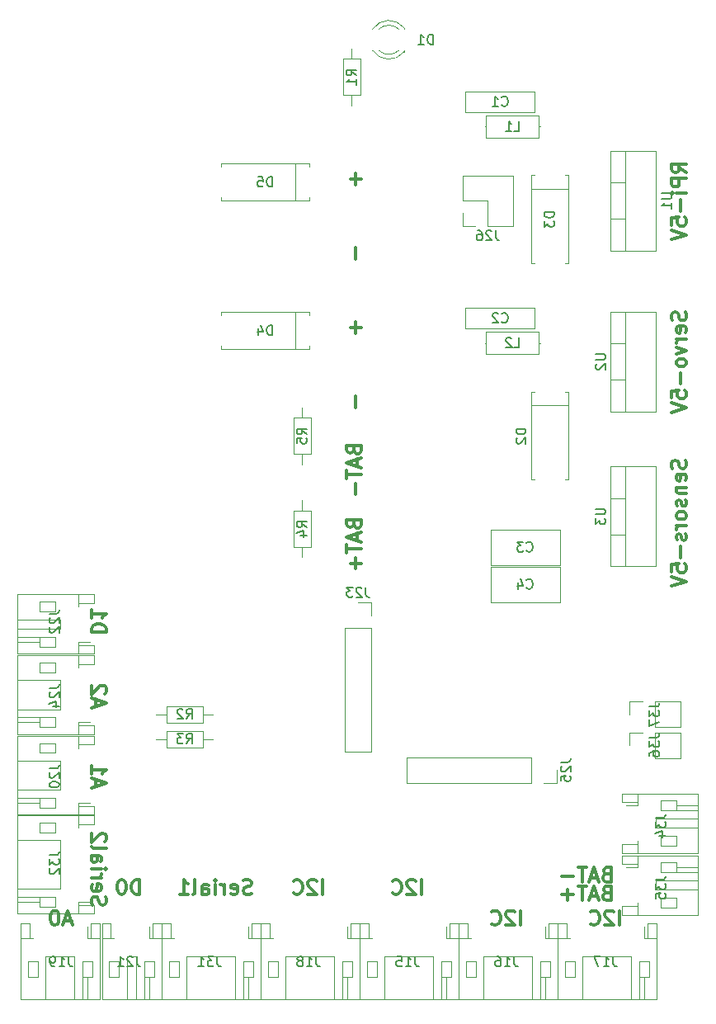
<source format=gbr>
G04 #@! TF.FileFunction,Legend,Bot*
%FSLAX46Y46*%
G04 Gerber Fmt 4.6, Leading zero omitted, Abs format (unit mm)*
G04 Created by KiCad (PCBNEW 4.0.7) date 06/01/18 16:36:31*
%MOMM*%
%LPD*%
G01*
G04 APERTURE LIST*
%ADD10C,0.100000*%
%ADD11C,0.300000*%
%ADD12C,0.120000*%
%ADD13C,0.150000*%
G04 APERTURE END LIST*
D10*
D11*
X186662143Y-98382143D02*
X186733571Y-98596429D01*
X186733571Y-98953572D01*
X186662143Y-99096429D01*
X186590714Y-99167858D01*
X186447857Y-99239286D01*
X186305000Y-99239286D01*
X186162143Y-99167858D01*
X186090714Y-99096429D01*
X186019286Y-98953572D01*
X185947857Y-98667858D01*
X185876429Y-98525000D01*
X185805000Y-98453572D01*
X185662143Y-98382143D01*
X185519286Y-98382143D01*
X185376429Y-98453572D01*
X185305000Y-98525000D01*
X185233571Y-98667858D01*
X185233571Y-99025000D01*
X185305000Y-99239286D01*
X186662143Y-100453571D02*
X186733571Y-100310714D01*
X186733571Y-100025000D01*
X186662143Y-99882143D01*
X186519286Y-99810714D01*
X185947857Y-99810714D01*
X185805000Y-99882143D01*
X185733571Y-100025000D01*
X185733571Y-100310714D01*
X185805000Y-100453571D01*
X185947857Y-100525000D01*
X186090714Y-100525000D01*
X186233571Y-99810714D01*
X185733571Y-101167857D02*
X186733571Y-101167857D01*
X185876429Y-101167857D02*
X185805000Y-101239285D01*
X185733571Y-101382143D01*
X185733571Y-101596428D01*
X185805000Y-101739285D01*
X185947857Y-101810714D01*
X186733571Y-101810714D01*
X186662143Y-102453571D02*
X186733571Y-102596428D01*
X186733571Y-102882143D01*
X186662143Y-103025000D01*
X186519286Y-103096428D01*
X186447857Y-103096428D01*
X186305000Y-103025000D01*
X186233571Y-102882143D01*
X186233571Y-102667857D01*
X186162143Y-102525000D01*
X186019286Y-102453571D01*
X185947857Y-102453571D01*
X185805000Y-102525000D01*
X185733571Y-102667857D01*
X185733571Y-102882143D01*
X185805000Y-103025000D01*
X186733571Y-103953572D02*
X186662143Y-103810714D01*
X186590714Y-103739286D01*
X186447857Y-103667857D01*
X186019286Y-103667857D01*
X185876429Y-103739286D01*
X185805000Y-103810714D01*
X185733571Y-103953572D01*
X185733571Y-104167857D01*
X185805000Y-104310714D01*
X185876429Y-104382143D01*
X186019286Y-104453572D01*
X186447857Y-104453572D01*
X186590714Y-104382143D01*
X186662143Y-104310714D01*
X186733571Y-104167857D01*
X186733571Y-103953572D01*
X186733571Y-105096429D02*
X185733571Y-105096429D01*
X186019286Y-105096429D02*
X185876429Y-105167857D01*
X185805000Y-105239286D01*
X185733571Y-105382143D01*
X185733571Y-105525000D01*
X186662143Y-105953571D02*
X186733571Y-106096428D01*
X186733571Y-106382143D01*
X186662143Y-106525000D01*
X186519286Y-106596428D01*
X186447857Y-106596428D01*
X186305000Y-106525000D01*
X186233571Y-106382143D01*
X186233571Y-106167857D01*
X186162143Y-106025000D01*
X186019286Y-105953571D01*
X185947857Y-105953571D01*
X185805000Y-106025000D01*
X185733571Y-106167857D01*
X185733571Y-106382143D01*
X185805000Y-106525000D01*
X186162143Y-107239286D02*
X186162143Y-108382143D01*
X185233571Y-109810715D02*
X185233571Y-109096429D01*
X185947857Y-109025000D01*
X185876429Y-109096429D01*
X185805000Y-109239286D01*
X185805000Y-109596429D01*
X185876429Y-109739286D01*
X185947857Y-109810715D01*
X186090714Y-109882143D01*
X186447857Y-109882143D01*
X186590714Y-109810715D01*
X186662143Y-109739286D01*
X186733571Y-109596429D01*
X186733571Y-109239286D01*
X186662143Y-109096429D01*
X186590714Y-109025000D01*
X185233571Y-110310714D02*
X186733571Y-110810714D01*
X185233571Y-111310714D01*
X186662143Y-83193572D02*
X186733571Y-83407858D01*
X186733571Y-83765001D01*
X186662143Y-83907858D01*
X186590714Y-83979287D01*
X186447857Y-84050715D01*
X186305000Y-84050715D01*
X186162143Y-83979287D01*
X186090714Y-83907858D01*
X186019286Y-83765001D01*
X185947857Y-83479287D01*
X185876429Y-83336429D01*
X185805000Y-83265001D01*
X185662143Y-83193572D01*
X185519286Y-83193572D01*
X185376429Y-83265001D01*
X185305000Y-83336429D01*
X185233571Y-83479287D01*
X185233571Y-83836429D01*
X185305000Y-84050715D01*
X186662143Y-85265000D02*
X186733571Y-85122143D01*
X186733571Y-84836429D01*
X186662143Y-84693572D01*
X186519286Y-84622143D01*
X185947857Y-84622143D01*
X185805000Y-84693572D01*
X185733571Y-84836429D01*
X185733571Y-85122143D01*
X185805000Y-85265000D01*
X185947857Y-85336429D01*
X186090714Y-85336429D01*
X186233571Y-84622143D01*
X186733571Y-85979286D02*
X185733571Y-85979286D01*
X186019286Y-85979286D02*
X185876429Y-86050714D01*
X185805000Y-86122143D01*
X185733571Y-86265000D01*
X185733571Y-86407857D01*
X185733571Y-86765000D02*
X186733571Y-87122143D01*
X185733571Y-87479285D01*
X186733571Y-88265000D02*
X186662143Y-88122142D01*
X186590714Y-88050714D01*
X186447857Y-87979285D01*
X186019286Y-87979285D01*
X185876429Y-88050714D01*
X185805000Y-88122142D01*
X185733571Y-88265000D01*
X185733571Y-88479285D01*
X185805000Y-88622142D01*
X185876429Y-88693571D01*
X186019286Y-88765000D01*
X186447857Y-88765000D01*
X186590714Y-88693571D01*
X186662143Y-88622142D01*
X186733571Y-88479285D01*
X186733571Y-88265000D01*
X186162143Y-89407857D02*
X186162143Y-90550714D01*
X185233571Y-91979286D02*
X185233571Y-91265000D01*
X185947857Y-91193571D01*
X185876429Y-91265000D01*
X185805000Y-91407857D01*
X185805000Y-91765000D01*
X185876429Y-91907857D01*
X185947857Y-91979286D01*
X186090714Y-92050714D01*
X186447857Y-92050714D01*
X186590714Y-91979286D01*
X186662143Y-91907857D01*
X186733571Y-91765000D01*
X186733571Y-91407857D01*
X186662143Y-91265000D01*
X186590714Y-91193571D01*
X185233571Y-92479285D02*
X186733571Y-92979285D01*
X185233571Y-93479285D01*
X186733571Y-68826429D02*
X186019286Y-68326429D01*
X186733571Y-67969286D02*
X185233571Y-67969286D01*
X185233571Y-68540714D01*
X185305000Y-68683572D01*
X185376429Y-68755000D01*
X185519286Y-68826429D01*
X185733571Y-68826429D01*
X185876429Y-68755000D01*
X185947857Y-68683572D01*
X186019286Y-68540714D01*
X186019286Y-67969286D01*
X186733571Y-69469286D02*
X185233571Y-69469286D01*
X185233571Y-70040714D01*
X185305000Y-70183572D01*
X185376429Y-70255000D01*
X185519286Y-70326429D01*
X185733571Y-70326429D01*
X185876429Y-70255000D01*
X185947857Y-70183572D01*
X186019286Y-70040714D01*
X186019286Y-69469286D01*
X186733571Y-70969286D02*
X185733571Y-70969286D01*
X185233571Y-70969286D02*
X185305000Y-70897857D01*
X185376429Y-70969286D01*
X185305000Y-71040714D01*
X185233571Y-70969286D01*
X185376429Y-70969286D01*
X186162143Y-71683572D02*
X186162143Y-72826429D01*
X185233571Y-74255001D02*
X185233571Y-73540715D01*
X185947857Y-73469286D01*
X185876429Y-73540715D01*
X185805000Y-73683572D01*
X185805000Y-74040715D01*
X185876429Y-74183572D01*
X185947857Y-74255001D01*
X186090714Y-74326429D01*
X186447857Y-74326429D01*
X186590714Y-74255001D01*
X186662143Y-74183572D01*
X186733571Y-74040715D01*
X186733571Y-73683572D01*
X186662143Y-73540715D01*
X186590714Y-73469286D01*
X185233571Y-74755000D02*
X186733571Y-75255000D01*
X185233571Y-75755000D01*
X178565714Y-140862857D02*
X178351428Y-140934286D01*
X178280000Y-141005714D01*
X178208571Y-141148571D01*
X178208571Y-141362857D01*
X178280000Y-141505714D01*
X178351428Y-141577143D01*
X178494286Y-141648571D01*
X179065714Y-141648571D01*
X179065714Y-140148571D01*
X178565714Y-140148571D01*
X178422857Y-140220000D01*
X178351428Y-140291429D01*
X178280000Y-140434286D01*
X178280000Y-140577143D01*
X178351428Y-140720000D01*
X178422857Y-140791429D01*
X178565714Y-140862857D01*
X179065714Y-140862857D01*
X177637143Y-141220000D02*
X176922857Y-141220000D01*
X177780000Y-141648571D02*
X177280000Y-140148571D01*
X176780000Y-141648571D01*
X176494286Y-140148571D02*
X175637143Y-140148571D01*
X176065714Y-141648571D02*
X176065714Y-140148571D01*
X175137143Y-141077143D02*
X173994286Y-141077143D01*
X178565714Y-142767857D02*
X178351428Y-142839286D01*
X178280000Y-142910714D01*
X178208571Y-143053571D01*
X178208571Y-143267857D01*
X178280000Y-143410714D01*
X178351428Y-143482143D01*
X178494286Y-143553571D01*
X179065714Y-143553571D01*
X179065714Y-142053571D01*
X178565714Y-142053571D01*
X178422857Y-142125000D01*
X178351428Y-142196429D01*
X178280000Y-142339286D01*
X178280000Y-142482143D01*
X178351428Y-142625000D01*
X178422857Y-142696429D01*
X178565714Y-142767857D01*
X179065714Y-142767857D01*
X177637143Y-143125000D02*
X176922857Y-143125000D01*
X177780000Y-143553571D02*
X177280000Y-142053571D01*
X176780000Y-143553571D01*
X176494286Y-142053571D02*
X175637143Y-142053571D01*
X176065714Y-143553571D02*
X176065714Y-142053571D01*
X175137143Y-142982143D02*
X173994286Y-142982143D01*
X174565715Y-143553571D02*
X174565715Y-142410714D01*
X123626428Y-145665000D02*
X122912142Y-145665000D01*
X123769285Y-146093571D02*
X123269285Y-144593571D01*
X122769285Y-146093571D01*
X121983571Y-144593571D02*
X121840714Y-144593571D01*
X121697857Y-144665000D01*
X121626428Y-144736429D01*
X121554999Y-144879286D01*
X121483571Y-145165000D01*
X121483571Y-145522143D01*
X121554999Y-145807857D01*
X121626428Y-145950714D01*
X121697857Y-146022143D01*
X121840714Y-146093571D01*
X121983571Y-146093571D01*
X122126428Y-146022143D01*
X122197857Y-145950714D01*
X122269285Y-145807857D01*
X122340714Y-145522143D01*
X122340714Y-145165000D01*
X122269285Y-144879286D01*
X122197857Y-144736429D01*
X122126428Y-144665000D01*
X121983571Y-144593571D01*
X125686429Y-116042142D02*
X127186429Y-116042142D01*
X127186429Y-115684999D01*
X127115000Y-115470714D01*
X126972143Y-115327856D01*
X126829286Y-115256428D01*
X126543571Y-115184999D01*
X126329286Y-115184999D01*
X126043571Y-115256428D01*
X125900714Y-115327856D01*
X125757857Y-115470714D01*
X125686429Y-115684999D01*
X125686429Y-116042142D01*
X125686429Y-113756428D02*
X125686429Y-114613571D01*
X125686429Y-114184999D02*
X127186429Y-114184999D01*
X126972143Y-114327856D01*
X126829286Y-114470714D01*
X126757857Y-114613571D01*
X126115000Y-123626428D02*
X126115000Y-122912142D01*
X125686429Y-123769285D02*
X127186429Y-123269285D01*
X125686429Y-122769285D01*
X127043571Y-122340714D02*
X127115000Y-122269285D01*
X127186429Y-122126428D01*
X127186429Y-121769285D01*
X127115000Y-121626428D01*
X127043571Y-121554999D01*
X126900714Y-121483571D01*
X126757857Y-121483571D01*
X126543571Y-121554999D01*
X125686429Y-122412142D01*
X125686429Y-121483571D01*
X126115000Y-131881428D02*
X126115000Y-131167142D01*
X125686429Y-132024285D02*
X127186429Y-131524285D01*
X125686429Y-131024285D01*
X125686429Y-129738571D02*
X125686429Y-130595714D01*
X125686429Y-130167142D02*
X127186429Y-130167142D01*
X126972143Y-130309999D01*
X126829286Y-130452857D01*
X126757857Y-130595714D01*
X179899285Y-146093571D02*
X179899285Y-144593571D01*
X179256428Y-144736429D02*
X179184999Y-144665000D01*
X179042142Y-144593571D01*
X178684999Y-144593571D01*
X178542142Y-144665000D01*
X178470713Y-144736429D01*
X178399285Y-144879286D01*
X178399285Y-145022143D01*
X178470713Y-145236429D01*
X179327856Y-146093571D01*
X178399285Y-146093571D01*
X176899285Y-145950714D02*
X176970714Y-146022143D01*
X177185000Y-146093571D01*
X177327857Y-146093571D01*
X177542142Y-146022143D01*
X177685000Y-145879286D01*
X177756428Y-145736429D01*
X177827857Y-145450714D01*
X177827857Y-145236429D01*
X177756428Y-144950714D01*
X177685000Y-144807857D01*
X177542142Y-144665000D01*
X177327857Y-144593571D01*
X177185000Y-144593571D01*
X176970714Y-144665000D01*
X176899285Y-144736429D01*
X125757857Y-144013571D02*
X125686429Y-143799285D01*
X125686429Y-143442142D01*
X125757857Y-143299285D01*
X125829286Y-143227856D01*
X125972143Y-143156428D01*
X126115000Y-143156428D01*
X126257857Y-143227856D01*
X126329286Y-143299285D01*
X126400714Y-143442142D01*
X126472143Y-143727856D01*
X126543571Y-143870714D01*
X126615000Y-143942142D01*
X126757857Y-144013571D01*
X126900714Y-144013571D01*
X127043571Y-143942142D01*
X127115000Y-143870714D01*
X127186429Y-143727856D01*
X127186429Y-143370714D01*
X127115000Y-143156428D01*
X125757857Y-141942143D02*
X125686429Y-142085000D01*
X125686429Y-142370714D01*
X125757857Y-142513571D01*
X125900714Y-142585000D01*
X126472143Y-142585000D01*
X126615000Y-142513571D01*
X126686429Y-142370714D01*
X126686429Y-142085000D01*
X126615000Y-141942143D01*
X126472143Y-141870714D01*
X126329286Y-141870714D01*
X126186429Y-142585000D01*
X125686429Y-141227857D02*
X126686429Y-141227857D01*
X126400714Y-141227857D02*
X126543571Y-141156429D01*
X126615000Y-141085000D01*
X126686429Y-140942143D01*
X126686429Y-140799286D01*
X125686429Y-140299286D02*
X126686429Y-140299286D01*
X127186429Y-140299286D02*
X127115000Y-140370715D01*
X127043571Y-140299286D01*
X127115000Y-140227858D01*
X127186429Y-140299286D01*
X127043571Y-140299286D01*
X125686429Y-138942143D02*
X126472143Y-138942143D01*
X126615000Y-139013572D01*
X126686429Y-139156429D01*
X126686429Y-139442143D01*
X126615000Y-139585000D01*
X125757857Y-138942143D02*
X125686429Y-139085000D01*
X125686429Y-139442143D01*
X125757857Y-139585000D01*
X125900714Y-139656429D01*
X126043571Y-139656429D01*
X126186429Y-139585000D01*
X126257857Y-139442143D01*
X126257857Y-139085000D01*
X126329286Y-138942143D01*
X125686429Y-138013571D02*
X125757857Y-138156429D01*
X125900714Y-138227857D01*
X127186429Y-138227857D01*
X127043571Y-137513572D02*
X127115000Y-137442143D01*
X127186429Y-137299286D01*
X127186429Y-136942143D01*
X127115000Y-136799286D01*
X127043571Y-136727857D01*
X126900714Y-136656429D01*
X126757857Y-136656429D01*
X126543571Y-136727857D01*
X125686429Y-137585000D01*
X125686429Y-136656429D01*
X169739285Y-146093571D02*
X169739285Y-144593571D01*
X169096428Y-144736429D02*
X169024999Y-144665000D01*
X168882142Y-144593571D01*
X168524999Y-144593571D01*
X168382142Y-144665000D01*
X168310713Y-144736429D01*
X168239285Y-144879286D01*
X168239285Y-145022143D01*
X168310713Y-145236429D01*
X169167856Y-146093571D01*
X168239285Y-146093571D01*
X166739285Y-145950714D02*
X166810714Y-146022143D01*
X167025000Y-146093571D01*
X167167857Y-146093571D01*
X167382142Y-146022143D01*
X167525000Y-145879286D01*
X167596428Y-145736429D01*
X167667857Y-145450714D01*
X167667857Y-145236429D01*
X167596428Y-144950714D01*
X167525000Y-144807857D01*
X167382142Y-144665000D01*
X167167857Y-144593571D01*
X167025000Y-144593571D01*
X166810714Y-144665000D01*
X166739285Y-144736429D01*
X159579285Y-142918571D02*
X159579285Y-141418571D01*
X158936428Y-141561429D02*
X158864999Y-141490000D01*
X158722142Y-141418571D01*
X158364999Y-141418571D01*
X158222142Y-141490000D01*
X158150713Y-141561429D01*
X158079285Y-141704286D01*
X158079285Y-141847143D01*
X158150713Y-142061429D01*
X159007856Y-142918571D01*
X158079285Y-142918571D01*
X156579285Y-142775714D02*
X156650714Y-142847143D01*
X156865000Y-142918571D01*
X157007857Y-142918571D01*
X157222142Y-142847143D01*
X157365000Y-142704286D01*
X157436428Y-142561429D01*
X157507857Y-142275714D01*
X157507857Y-142061429D01*
X157436428Y-141775714D01*
X157365000Y-141632857D01*
X157222142Y-141490000D01*
X157007857Y-141418571D01*
X156865000Y-141418571D01*
X156650714Y-141490000D01*
X156579285Y-141561429D01*
X149419285Y-142918571D02*
X149419285Y-141418571D01*
X148776428Y-141561429D02*
X148704999Y-141490000D01*
X148562142Y-141418571D01*
X148204999Y-141418571D01*
X148062142Y-141490000D01*
X147990713Y-141561429D01*
X147919285Y-141704286D01*
X147919285Y-141847143D01*
X147990713Y-142061429D01*
X148847856Y-142918571D01*
X147919285Y-142918571D01*
X146419285Y-142775714D02*
X146490714Y-142847143D01*
X146705000Y-142918571D01*
X146847857Y-142918571D01*
X147062142Y-142847143D01*
X147205000Y-142704286D01*
X147276428Y-142561429D01*
X147347857Y-142275714D01*
X147347857Y-142061429D01*
X147276428Y-141775714D01*
X147205000Y-141632857D01*
X147062142Y-141490000D01*
X146847857Y-141418571D01*
X146705000Y-141418571D01*
X146490714Y-141490000D01*
X146419285Y-141561429D01*
X130647142Y-142918571D02*
X130647142Y-141418571D01*
X130289999Y-141418571D01*
X130075714Y-141490000D01*
X129932856Y-141632857D01*
X129861428Y-141775714D01*
X129789999Y-142061429D01*
X129789999Y-142275714D01*
X129861428Y-142561429D01*
X129932856Y-142704286D01*
X130075714Y-142847143D01*
X130289999Y-142918571D01*
X130647142Y-142918571D01*
X128861428Y-141418571D02*
X128718571Y-141418571D01*
X128575714Y-141490000D01*
X128504285Y-141561429D01*
X128432856Y-141704286D01*
X128361428Y-141990000D01*
X128361428Y-142347143D01*
X128432856Y-142632857D01*
X128504285Y-142775714D01*
X128575714Y-142847143D01*
X128718571Y-142918571D01*
X128861428Y-142918571D01*
X129004285Y-142847143D01*
X129075714Y-142775714D01*
X129147142Y-142632857D01*
X129218571Y-142347143D01*
X129218571Y-141990000D01*
X129147142Y-141704286D01*
X129075714Y-141561429D01*
X129004285Y-141490000D01*
X128861428Y-141418571D01*
X142108571Y-142847143D02*
X141894285Y-142918571D01*
X141537142Y-142918571D01*
X141394285Y-142847143D01*
X141322856Y-142775714D01*
X141251428Y-142632857D01*
X141251428Y-142490000D01*
X141322856Y-142347143D01*
X141394285Y-142275714D01*
X141537142Y-142204286D01*
X141822856Y-142132857D01*
X141965714Y-142061429D01*
X142037142Y-141990000D01*
X142108571Y-141847143D01*
X142108571Y-141704286D01*
X142037142Y-141561429D01*
X141965714Y-141490000D01*
X141822856Y-141418571D01*
X141465714Y-141418571D01*
X141251428Y-141490000D01*
X140037143Y-142847143D02*
X140180000Y-142918571D01*
X140465714Y-142918571D01*
X140608571Y-142847143D01*
X140680000Y-142704286D01*
X140680000Y-142132857D01*
X140608571Y-141990000D01*
X140465714Y-141918571D01*
X140180000Y-141918571D01*
X140037143Y-141990000D01*
X139965714Y-142132857D01*
X139965714Y-142275714D01*
X140680000Y-142418571D01*
X139322857Y-142918571D02*
X139322857Y-141918571D01*
X139322857Y-142204286D02*
X139251429Y-142061429D01*
X139180000Y-141990000D01*
X139037143Y-141918571D01*
X138894286Y-141918571D01*
X138394286Y-142918571D02*
X138394286Y-141918571D01*
X138394286Y-141418571D02*
X138465715Y-141490000D01*
X138394286Y-141561429D01*
X138322858Y-141490000D01*
X138394286Y-141418571D01*
X138394286Y-141561429D01*
X137037143Y-142918571D02*
X137037143Y-142132857D01*
X137108572Y-141990000D01*
X137251429Y-141918571D01*
X137537143Y-141918571D01*
X137680000Y-141990000D01*
X137037143Y-142847143D02*
X137180000Y-142918571D01*
X137537143Y-142918571D01*
X137680000Y-142847143D01*
X137751429Y-142704286D01*
X137751429Y-142561429D01*
X137680000Y-142418571D01*
X137537143Y-142347143D01*
X137180000Y-142347143D01*
X137037143Y-142275714D01*
X136108571Y-142918571D02*
X136251429Y-142847143D01*
X136322857Y-142704286D01*
X136322857Y-141418571D01*
X134751429Y-142918571D02*
X135608572Y-142918571D01*
X135180000Y-142918571D02*
X135180000Y-141418571D01*
X135322857Y-141632857D01*
X135465715Y-141775714D01*
X135608572Y-141847143D01*
X152824643Y-68961072D02*
X152824643Y-70103929D01*
X153396071Y-69532500D02*
X152253214Y-69532500D01*
X152824643Y-76581072D02*
X152824643Y-77723929D01*
X152824643Y-84201072D02*
X152824643Y-85343929D01*
X153396071Y-84772500D02*
X152253214Y-84772500D01*
X152824643Y-91821072D02*
X152824643Y-92963929D01*
X152610357Y-97341786D02*
X152681786Y-97556072D01*
X152753214Y-97627500D01*
X152896071Y-97698929D01*
X153110357Y-97698929D01*
X153253214Y-97627500D01*
X153324643Y-97556072D01*
X153396071Y-97413214D01*
X153396071Y-96841786D01*
X151896071Y-96841786D01*
X151896071Y-97341786D01*
X151967500Y-97484643D01*
X152038929Y-97556072D01*
X152181786Y-97627500D01*
X152324643Y-97627500D01*
X152467500Y-97556072D01*
X152538929Y-97484643D01*
X152610357Y-97341786D01*
X152610357Y-96841786D01*
X152967500Y-98270357D02*
X152967500Y-98984643D01*
X153396071Y-98127500D02*
X151896071Y-98627500D01*
X153396071Y-99127500D01*
X151896071Y-99413214D02*
X151896071Y-100270357D01*
X153396071Y-99841786D02*
X151896071Y-99841786D01*
X152824643Y-100770357D02*
X152824643Y-101913214D01*
X152610357Y-104961786D02*
X152681786Y-105176072D01*
X152753214Y-105247500D01*
X152896071Y-105318929D01*
X153110357Y-105318929D01*
X153253214Y-105247500D01*
X153324643Y-105176072D01*
X153396071Y-105033214D01*
X153396071Y-104461786D01*
X151896071Y-104461786D01*
X151896071Y-104961786D01*
X151967500Y-105104643D01*
X152038929Y-105176072D01*
X152181786Y-105247500D01*
X152324643Y-105247500D01*
X152467500Y-105176072D01*
X152538929Y-105104643D01*
X152610357Y-104961786D01*
X152610357Y-104461786D01*
X152967500Y-105890357D02*
X152967500Y-106604643D01*
X153396071Y-105747500D02*
X151896071Y-106247500D01*
X153396071Y-106747500D01*
X151896071Y-107033214D02*
X151896071Y-107890357D01*
X153396071Y-107461786D02*
X151896071Y-107461786D01*
X152824643Y-108390357D02*
X152824643Y-109533214D01*
X153396071Y-108961785D02*
X152253214Y-108961785D01*
D12*
X154537665Y-54166392D02*
G75*
G02X157770000Y-54009484I1672335J-1078608D01*
G01*
X154537665Y-56323608D02*
G75*
G03X157770000Y-56480516I1672335J1078608D01*
G01*
X155168870Y-54165163D02*
G75*
G02X157250961Y-54165000I1041130J-1079837D01*
G01*
X155168870Y-56324837D02*
G75*
G03X157250961Y-56325000I1041130J1079837D01*
G01*
X157770000Y-54009000D02*
X157770000Y-54165000D01*
X157770000Y-56325000D02*
X157770000Y-56481000D01*
X160790000Y-153670000D02*
X160790000Y-149320000D01*
X160790000Y-149320000D02*
X155790000Y-149320000D01*
X155790000Y-149320000D02*
X155790000Y-153670000D01*
X162090000Y-147470000D02*
X162440000Y-147470000D01*
X162440000Y-147470000D02*
X162440000Y-145870000D01*
X162440000Y-145870000D02*
X163340000Y-145870000D01*
X163340000Y-145870000D02*
X163340000Y-153670000D01*
X163340000Y-153670000D02*
X153240000Y-153670000D01*
X153240000Y-153670000D02*
X153240000Y-145870000D01*
X153240000Y-145870000D02*
X154140000Y-145870000D01*
X154140000Y-145870000D02*
X154140000Y-147470000D01*
X154140000Y-147470000D02*
X154490000Y-147470000D01*
X163340000Y-147470000D02*
X162440000Y-147470000D01*
X153240000Y-147470000D02*
X154140000Y-147470000D01*
X162590000Y-149820000D02*
X162590000Y-151420000D01*
X162590000Y-151420000D02*
X161590000Y-151420000D01*
X161590000Y-151420000D02*
X161590000Y-149820000D01*
X161590000Y-149820000D02*
X162590000Y-149820000D01*
X153990000Y-149820000D02*
X153990000Y-151420000D01*
X153990000Y-151420000D02*
X154990000Y-151420000D01*
X154990000Y-151420000D02*
X154990000Y-149820000D01*
X154990000Y-149820000D02*
X153990000Y-149820000D01*
X161590000Y-151420000D02*
X161590000Y-153670000D01*
X162090000Y-151420000D02*
X162090000Y-153670000D01*
X162090000Y-147470000D02*
X162090000Y-146270000D01*
X170950000Y-153670000D02*
X170950000Y-149320000D01*
X170950000Y-149320000D02*
X165950000Y-149320000D01*
X165950000Y-149320000D02*
X165950000Y-153670000D01*
X172250000Y-147470000D02*
X172600000Y-147470000D01*
X172600000Y-147470000D02*
X172600000Y-145870000D01*
X172600000Y-145870000D02*
X173500000Y-145870000D01*
X173500000Y-145870000D02*
X173500000Y-153670000D01*
X173500000Y-153670000D02*
X163400000Y-153670000D01*
X163400000Y-153670000D02*
X163400000Y-145870000D01*
X163400000Y-145870000D02*
X164300000Y-145870000D01*
X164300000Y-145870000D02*
X164300000Y-147470000D01*
X164300000Y-147470000D02*
X164650000Y-147470000D01*
X173500000Y-147470000D02*
X172600000Y-147470000D01*
X163400000Y-147470000D02*
X164300000Y-147470000D01*
X172750000Y-149820000D02*
X172750000Y-151420000D01*
X172750000Y-151420000D02*
X171750000Y-151420000D01*
X171750000Y-151420000D02*
X171750000Y-149820000D01*
X171750000Y-149820000D02*
X172750000Y-149820000D01*
X164150000Y-149820000D02*
X164150000Y-151420000D01*
X164150000Y-151420000D02*
X165150000Y-151420000D01*
X165150000Y-151420000D02*
X165150000Y-149820000D01*
X165150000Y-149820000D02*
X164150000Y-149820000D01*
X171750000Y-151420000D02*
X171750000Y-153670000D01*
X172250000Y-151420000D02*
X172250000Y-153670000D01*
X172250000Y-147470000D02*
X172250000Y-146270000D01*
X181110000Y-153670000D02*
X181110000Y-149320000D01*
X181110000Y-149320000D02*
X176110000Y-149320000D01*
X176110000Y-149320000D02*
X176110000Y-153670000D01*
X182410000Y-147470000D02*
X182760000Y-147470000D01*
X182760000Y-147470000D02*
X182760000Y-145870000D01*
X182760000Y-145870000D02*
X183660000Y-145870000D01*
X183660000Y-145870000D02*
X183660000Y-153670000D01*
X183660000Y-153670000D02*
X173560000Y-153670000D01*
X173560000Y-153670000D02*
X173560000Y-145870000D01*
X173560000Y-145870000D02*
X174460000Y-145870000D01*
X174460000Y-145870000D02*
X174460000Y-147470000D01*
X174460000Y-147470000D02*
X174810000Y-147470000D01*
X183660000Y-147470000D02*
X182760000Y-147470000D01*
X173560000Y-147470000D02*
X174460000Y-147470000D01*
X182910000Y-149820000D02*
X182910000Y-151420000D01*
X182910000Y-151420000D02*
X181910000Y-151420000D01*
X181910000Y-151420000D02*
X181910000Y-149820000D01*
X181910000Y-149820000D02*
X182910000Y-149820000D01*
X174310000Y-149820000D02*
X174310000Y-151420000D01*
X174310000Y-151420000D02*
X175310000Y-151420000D01*
X175310000Y-151420000D02*
X175310000Y-149820000D01*
X175310000Y-149820000D02*
X174310000Y-149820000D01*
X181910000Y-151420000D02*
X181910000Y-153670000D01*
X182410000Y-151420000D02*
X182410000Y-153670000D01*
X182410000Y-147470000D02*
X182410000Y-146270000D01*
X150630000Y-153670000D02*
X150630000Y-149320000D01*
X150630000Y-149320000D02*
X145630000Y-149320000D01*
X145630000Y-149320000D02*
X145630000Y-153670000D01*
X151930000Y-147470000D02*
X152280000Y-147470000D01*
X152280000Y-147470000D02*
X152280000Y-145870000D01*
X152280000Y-145870000D02*
X153180000Y-145870000D01*
X153180000Y-145870000D02*
X153180000Y-153670000D01*
X153180000Y-153670000D02*
X143080000Y-153670000D01*
X143080000Y-153670000D02*
X143080000Y-145870000D01*
X143080000Y-145870000D02*
X143980000Y-145870000D01*
X143980000Y-145870000D02*
X143980000Y-147470000D01*
X143980000Y-147470000D02*
X144330000Y-147470000D01*
X153180000Y-147470000D02*
X152280000Y-147470000D01*
X143080000Y-147470000D02*
X143980000Y-147470000D01*
X152430000Y-149820000D02*
X152430000Y-151420000D01*
X152430000Y-151420000D02*
X151430000Y-151420000D01*
X151430000Y-151420000D02*
X151430000Y-149820000D01*
X151430000Y-149820000D02*
X152430000Y-149820000D01*
X143830000Y-149820000D02*
X143830000Y-151420000D01*
X143830000Y-151420000D02*
X144830000Y-151420000D01*
X144830000Y-151420000D02*
X144830000Y-149820000D01*
X144830000Y-149820000D02*
X143830000Y-149820000D01*
X151430000Y-151420000D02*
X151430000Y-153670000D01*
X151930000Y-151420000D02*
X151930000Y-153670000D01*
X151930000Y-147470000D02*
X151930000Y-146270000D01*
X123960000Y-153670000D02*
X123960000Y-149320000D01*
X123960000Y-149320000D02*
X120960000Y-149320000D01*
X120960000Y-149320000D02*
X120960000Y-153670000D01*
X125260000Y-147470000D02*
X125610000Y-147470000D01*
X125610000Y-147470000D02*
X125610000Y-145870000D01*
X125610000Y-145870000D02*
X126510000Y-145870000D01*
X126510000Y-145870000D02*
X126510000Y-153670000D01*
X126510000Y-153670000D02*
X118410000Y-153670000D01*
X118410000Y-153670000D02*
X118410000Y-145870000D01*
X118410000Y-145870000D02*
X119310000Y-145870000D01*
X119310000Y-145870000D02*
X119310000Y-147470000D01*
X119310000Y-147470000D02*
X119660000Y-147470000D01*
X126510000Y-147470000D02*
X125610000Y-147470000D01*
X118410000Y-147470000D02*
X119310000Y-147470000D01*
X125760000Y-149820000D02*
X125760000Y-151420000D01*
X125760000Y-151420000D02*
X124760000Y-151420000D01*
X124760000Y-151420000D02*
X124760000Y-149820000D01*
X124760000Y-149820000D02*
X125760000Y-149820000D01*
X119160000Y-149820000D02*
X119160000Y-151420000D01*
X119160000Y-151420000D02*
X120160000Y-151420000D01*
X120160000Y-151420000D02*
X120160000Y-149820000D01*
X120160000Y-149820000D02*
X119160000Y-149820000D01*
X124760000Y-151420000D02*
X124760000Y-153670000D01*
X125260000Y-151420000D02*
X125260000Y-153670000D01*
X125260000Y-147470000D02*
X125260000Y-146270000D01*
X118110000Y-132215000D02*
X122460000Y-132215000D01*
X122460000Y-132215000D02*
X122460000Y-129215000D01*
X122460000Y-129215000D02*
X118110000Y-129215000D01*
X124310000Y-133515000D02*
X124310000Y-133865000D01*
X124310000Y-133865000D02*
X125910000Y-133865000D01*
X125910000Y-133865000D02*
X125910000Y-134765000D01*
X125910000Y-134765000D02*
X118110000Y-134765000D01*
X118110000Y-134765000D02*
X118110000Y-126665000D01*
X118110000Y-126665000D02*
X125910000Y-126665000D01*
X125910000Y-126665000D02*
X125910000Y-127565000D01*
X125910000Y-127565000D02*
X124310000Y-127565000D01*
X124310000Y-127565000D02*
X124310000Y-127915000D01*
X124310000Y-134765000D02*
X124310000Y-133865000D01*
X124310000Y-126665000D02*
X124310000Y-127565000D01*
X121960000Y-134015000D02*
X120360000Y-134015000D01*
X120360000Y-134015000D02*
X120360000Y-133015000D01*
X120360000Y-133015000D02*
X121960000Y-133015000D01*
X121960000Y-133015000D02*
X121960000Y-134015000D01*
X121960000Y-127415000D02*
X120360000Y-127415000D01*
X120360000Y-127415000D02*
X120360000Y-128415000D01*
X120360000Y-128415000D02*
X121960000Y-128415000D01*
X121960000Y-128415000D02*
X121960000Y-127415000D01*
X120360000Y-133015000D02*
X118110000Y-133015000D01*
X120360000Y-133515000D02*
X118110000Y-133515000D01*
X124310000Y-133515000D02*
X125510000Y-133515000D01*
X130310000Y-153670000D02*
X130310000Y-149320000D01*
X130310000Y-149320000D02*
X129310000Y-149320000D01*
X129310000Y-149320000D02*
X129310000Y-153670000D01*
X131610000Y-147470000D02*
X131960000Y-147470000D01*
X131960000Y-147470000D02*
X131960000Y-145870000D01*
X131960000Y-145870000D02*
X132860000Y-145870000D01*
X132860000Y-145870000D02*
X132860000Y-153670000D01*
X132860000Y-153670000D02*
X126760000Y-153670000D01*
X126760000Y-153670000D02*
X126760000Y-145870000D01*
X126760000Y-145870000D02*
X127660000Y-145870000D01*
X127660000Y-145870000D02*
X127660000Y-147470000D01*
X127660000Y-147470000D02*
X128010000Y-147470000D01*
X132860000Y-147470000D02*
X131960000Y-147470000D01*
X126760000Y-147470000D02*
X127660000Y-147470000D01*
X132110000Y-149820000D02*
X132110000Y-151420000D01*
X132110000Y-151420000D02*
X131110000Y-151420000D01*
X131110000Y-151420000D02*
X131110000Y-149820000D01*
X131110000Y-149820000D02*
X132110000Y-149820000D01*
X127510000Y-149820000D02*
X127510000Y-151420000D01*
X127510000Y-151420000D02*
X128510000Y-151420000D01*
X128510000Y-151420000D02*
X128510000Y-149820000D01*
X128510000Y-149820000D02*
X127510000Y-149820000D01*
X131110000Y-151420000D02*
X131110000Y-153670000D01*
X131610000Y-151420000D02*
X131610000Y-153670000D01*
X131610000Y-147470000D02*
X131610000Y-146270000D01*
X118110000Y-115705000D02*
X122460000Y-115705000D01*
X122460000Y-115705000D02*
X122460000Y-114705000D01*
X122460000Y-114705000D02*
X118110000Y-114705000D01*
X124310000Y-117005000D02*
X124310000Y-117355000D01*
X124310000Y-117355000D02*
X125910000Y-117355000D01*
X125910000Y-117355000D02*
X125910000Y-118255000D01*
X125910000Y-118255000D02*
X118110000Y-118255000D01*
X118110000Y-118255000D02*
X118110000Y-112155000D01*
X118110000Y-112155000D02*
X125910000Y-112155000D01*
X125910000Y-112155000D02*
X125910000Y-113055000D01*
X125910000Y-113055000D02*
X124310000Y-113055000D01*
X124310000Y-113055000D02*
X124310000Y-113405000D01*
X124310000Y-118255000D02*
X124310000Y-117355000D01*
X124310000Y-112155000D02*
X124310000Y-113055000D01*
X121960000Y-117505000D02*
X120360000Y-117505000D01*
X120360000Y-117505000D02*
X120360000Y-116505000D01*
X120360000Y-116505000D02*
X121960000Y-116505000D01*
X121960000Y-116505000D02*
X121960000Y-117505000D01*
X121960000Y-112905000D02*
X120360000Y-112905000D01*
X120360000Y-112905000D02*
X120360000Y-113905000D01*
X120360000Y-113905000D02*
X121960000Y-113905000D01*
X121960000Y-113905000D02*
X121960000Y-112905000D01*
X120360000Y-116505000D02*
X118110000Y-116505000D01*
X120360000Y-117005000D02*
X118110000Y-117005000D01*
X124310000Y-117005000D02*
X125510000Y-117005000D01*
X118110000Y-123960000D02*
X122460000Y-123960000D01*
X122460000Y-123960000D02*
X122460000Y-120960000D01*
X122460000Y-120960000D02*
X118110000Y-120960000D01*
X124310000Y-125260000D02*
X124310000Y-125610000D01*
X124310000Y-125610000D02*
X125910000Y-125610000D01*
X125910000Y-125610000D02*
X125910000Y-126510000D01*
X125910000Y-126510000D02*
X118110000Y-126510000D01*
X118110000Y-126510000D02*
X118110000Y-118410000D01*
X118110000Y-118410000D02*
X125910000Y-118410000D01*
X125910000Y-118410000D02*
X125910000Y-119310000D01*
X125910000Y-119310000D02*
X124310000Y-119310000D01*
X124310000Y-119310000D02*
X124310000Y-119660000D01*
X124310000Y-126510000D02*
X124310000Y-125610000D01*
X124310000Y-118410000D02*
X124310000Y-119310000D01*
X121960000Y-125760000D02*
X120360000Y-125760000D01*
X120360000Y-125760000D02*
X120360000Y-124760000D01*
X120360000Y-124760000D02*
X121960000Y-124760000D01*
X121960000Y-124760000D02*
X121960000Y-125760000D01*
X121960000Y-119160000D02*
X120360000Y-119160000D01*
X120360000Y-119160000D02*
X120360000Y-120160000D01*
X120360000Y-120160000D02*
X121960000Y-120160000D01*
X121960000Y-120160000D02*
X121960000Y-119160000D01*
X120360000Y-124760000D02*
X118110000Y-124760000D01*
X120360000Y-125260000D02*
X118110000Y-125260000D01*
X124310000Y-125260000D02*
X125510000Y-125260000D01*
X140470000Y-153670000D02*
X140470000Y-149320000D01*
X140470000Y-149320000D02*
X135470000Y-149320000D01*
X135470000Y-149320000D02*
X135470000Y-153670000D01*
X141770000Y-147470000D02*
X142120000Y-147470000D01*
X142120000Y-147470000D02*
X142120000Y-145870000D01*
X142120000Y-145870000D02*
X143020000Y-145870000D01*
X143020000Y-145870000D02*
X143020000Y-153670000D01*
X143020000Y-153670000D02*
X132920000Y-153670000D01*
X132920000Y-153670000D02*
X132920000Y-145870000D01*
X132920000Y-145870000D02*
X133820000Y-145870000D01*
X133820000Y-145870000D02*
X133820000Y-147470000D01*
X133820000Y-147470000D02*
X134170000Y-147470000D01*
X143020000Y-147470000D02*
X142120000Y-147470000D01*
X132920000Y-147470000D02*
X133820000Y-147470000D01*
X142270000Y-149820000D02*
X142270000Y-151420000D01*
X142270000Y-151420000D02*
X141270000Y-151420000D01*
X141270000Y-151420000D02*
X141270000Y-149820000D01*
X141270000Y-149820000D02*
X142270000Y-149820000D01*
X133670000Y-149820000D02*
X133670000Y-151420000D01*
X133670000Y-151420000D02*
X134670000Y-151420000D01*
X134670000Y-151420000D02*
X134670000Y-149820000D01*
X134670000Y-149820000D02*
X133670000Y-149820000D01*
X141270000Y-151420000D02*
X141270000Y-153670000D01*
X141770000Y-151420000D02*
X141770000Y-153670000D01*
X141770000Y-147470000D02*
X141770000Y-146270000D01*
X118110000Y-142375000D02*
X122460000Y-142375000D01*
X122460000Y-142375000D02*
X122460000Y-137375000D01*
X122460000Y-137375000D02*
X118110000Y-137375000D01*
X124310000Y-143675000D02*
X124310000Y-144025000D01*
X124310000Y-144025000D02*
X125910000Y-144025000D01*
X125910000Y-144025000D02*
X125910000Y-144925000D01*
X125910000Y-144925000D02*
X118110000Y-144925000D01*
X118110000Y-144925000D02*
X118110000Y-134825000D01*
X118110000Y-134825000D02*
X125910000Y-134825000D01*
X125910000Y-134825000D02*
X125910000Y-135725000D01*
X125910000Y-135725000D02*
X124310000Y-135725000D01*
X124310000Y-135725000D02*
X124310000Y-136075000D01*
X124310000Y-144925000D02*
X124310000Y-144025000D01*
X124310000Y-134825000D02*
X124310000Y-135725000D01*
X121960000Y-144175000D02*
X120360000Y-144175000D01*
X120360000Y-144175000D02*
X120360000Y-143175000D01*
X120360000Y-143175000D02*
X121960000Y-143175000D01*
X121960000Y-143175000D02*
X121960000Y-144175000D01*
X121960000Y-135575000D02*
X120360000Y-135575000D01*
X120360000Y-135575000D02*
X120360000Y-136575000D01*
X120360000Y-136575000D02*
X121960000Y-136575000D01*
X121960000Y-136575000D02*
X121960000Y-135575000D01*
X120360000Y-143175000D02*
X118110000Y-143175000D01*
X120360000Y-143675000D02*
X118110000Y-143675000D01*
X124310000Y-143675000D02*
X125510000Y-143675000D01*
X151540000Y-57195000D02*
X153260000Y-57195000D01*
X153260000Y-57195000D02*
X153260000Y-60915000D01*
X153260000Y-60915000D02*
X151540000Y-60915000D01*
X151540000Y-60915000D02*
X151540000Y-57195000D01*
X152400000Y-56125000D02*
X152400000Y-57195000D01*
X152400000Y-61985000D02*
X152400000Y-60915000D01*
X178990000Y-66635000D02*
X178990000Y-76875000D01*
X183631000Y-66635000D02*
X183631000Y-76875000D01*
X178990000Y-66635000D02*
X183631000Y-66635000D01*
X178990000Y-76875000D02*
X183631000Y-76875000D01*
X180500000Y-66635000D02*
X180500000Y-76875000D01*
X178990000Y-69905000D02*
X180500000Y-69905000D01*
X178990000Y-73606000D02*
X180500000Y-73606000D01*
X178990000Y-83145000D02*
X178990000Y-93385000D01*
X183631000Y-83145000D02*
X183631000Y-93385000D01*
X178990000Y-83145000D02*
X183631000Y-83145000D01*
X178990000Y-93385000D02*
X183631000Y-93385000D01*
X180500000Y-83145000D02*
X180500000Y-93385000D01*
X178990000Y-86415000D02*
X180500000Y-86415000D01*
X178990000Y-90116000D02*
X180500000Y-90116000D01*
X178990000Y-99020000D02*
X178990000Y-109260000D01*
X183631000Y-99020000D02*
X183631000Y-109260000D01*
X178990000Y-99020000D02*
X183631000Y-99020000D01*
X178990000Y-109260000D02*
X183631000Y-109260000D01*
X180500000Y-99020000D02*
X180500000Y-109260000D01*
X178990000Y-102290000D02*
X180500000Y-102290000D01*
X178990000Y-105991000D02*
X180500000Y-105991000D01*
X187960000Y-135120000D02*
X183610000Y-135120000D01*
X183610000Y-135120000D02*
X183610000Y-136120000D01*
X183610000Y-136120000D02*
X187960000Y-136120000D01*
X181760000Y-133820000D02*
X181760000Y-133470000D01*
X181760000Y-133470000D02*
X180160000Y-133470000D01*
X180160000Y-133470000D02*
X180160000Y-132570000D01*
X180160000Y-132570000D02*
X187960000Y-132570000D01*
X187960000Y-132570000D02*
X187960000Y-138670000D01*
X187960000Y-138670000D02*
X180160000Y-138670000D01*
X180160000Y-138670000D02*
X180160000Y-137770000D01*
X180160000Y-137770000D02*
X181760000Y-137770000D01*
X181760000Y-137770000D02*
X181760000Y-137420000D01*
X181760000Y-132570000D02*
X181760000Y-133470000D01*
X181760000Y-138670000D02*
X181760000Y-137770000D01*
X184110000Y-133320000D02*
X185710000Y-133320000D01*
X185710000Y-133320000D02*
X185710000Y-134320000D01*
X185710000Y-134320000D02*
X184110000Y-134320000D01*
X184110000Y-134320000D02*
X184110000Y-133320000D01*
X184110000Y-137920000D02*
X185710000Y-137920000D01*
X185710000Y-137920000D02*
X185710000Y-136920000D01*
X185710000Y-136920000D02*
X184110000Y-136920000D01*
X184110000Y-136920000D02*
X184110000Y-137920000D01*
X185710000Y-134320000D02*
X187960000Y-134320000D01*
X185710000Y-133820000D02*
X187960000Y-133820000D01*
X181760000Y-133820000D02*
X180560000Y-133820000D01*
X187960000Y-141470000D02*
X183610000Y-141470000D01*
X183610000Y-141470000D02*
X183610000Y-142470000D01*
X183610000Y-142470000D02*
X187960000Y-142470000D01*
X181760000Y-140170000D02*
X181760000Y-139820000D01*
X181760000Y-139820000D02*
X180160000Y-139820000D01*
X180160000Y-139820000D02*
X180160000Y-138920000D01*
X180160000Y-138920000D02*
X187960000Y-138920000D01*
X187960000Y-138920000D02*
X187960000Y-145020000D01*
X187960000Y-145020000D02*
X180160000Y-145020000D01*
X180160000Y-145020000D02*
X180160000Y-144120000D01*
X180160000Y-144120000D02*
X181760000Y-144120000D01*
X181760000Y-144120000D02*
X181760000Y-143770000D01*
X181760000Y-138920000D02*
X181760000Y-139820000D01*
X181760000Y-145020000D02*
X181760000Y-144120000D01*
X184110000Y-139670000D02*
X185710000Y-139670000D01*
X185710000Y-139670000D02*
X185710000Y-140670000D01*
X185710000Y-140670000D02*
X184110000Y-140670000D01*
X184110000Y-140670000D02*
X184110000Y-139670000D01*
X184110000Y-144270000D02*
X185710000Y-144270000D01*
X185710000Y-144270000D02*
X185710000Y-143270000D01*
X185710000Y-143270000D02*
X184110000Y-143270000D01*
X184110000Y-143270000D02*
X184110000Y-144270000D01*
X185710000Y-140670000D02*
X187960000Y-140670000D01*
X185710000Y-140170000D02*
X187960000Y-140170000D01*
X181760000Y-140170000D02*
X180560000Y-140170000D01*
X186115000Y-126305000D02*
X186115000Y-128965000D01*
X183515000Y-126305000D02*
X186115000Y-126305000D01*
X183515000Y-128965000D02*
X186115000Y-128965000D01*
X183515000Y-126305000D02*
X183515000Y-128965000D01*
X182245000Y-126305000D02*
X180915000Y-126305000D01*
X180915000Y-126305000D02*
X180915000Y-127635000D01*
X186115000Y-123130000D02*
X186115000Y-125790000D01*
X183515000Y-123130000D02*
X186115000Y-123130000D01*
X183515000Y-125790000D02*
X186115000Y-125790000D01*
X183515000Y-123130000D02*
X183515000Y-125790000D01*
X182245000Y-123130000D02*
X180915000Y-123130000D01*
X180915000Y-123130000D02*
X180915000Y-124460000D01*
X173780000Y-105505000D02*
X166660000Y-105505000D01*
X173780000Y-109125000D02*
X166660000Y-109125000D01*
X173780000Y-105505000D02*
X173780000Y-109125000D01*
X166660000Y-105505000D02*
X166660000Y-109125000D01*
X173780000Y-109315000D02*
X166660000Y-109315000D01*
X173780000Y-112935000D02*
X166660000Y-112935000D01*
X173780000Y-109315000D02*
X173780000Y-112935000D01*
X166660000Y-109315000D02*
X166660000Y-112935000D01*
X164040000Y-62655000D02*
X171160000Y-62655000D01*
X164040000Y-60535000D02*
X171160000Y-60535000D01*
X164040000Y-62655000D02*
X164040000Y-60535000D01*
X171160000Y-62655000D02*
X171160000Y-60535000D01*
X164040000Y-84880000D02*
X171160000Y-84880000D01*
X164040000Y-82760000D02*
X171160000Y-82760000D01*
X164040000Y-84880000D02*
X164040000Y-82760000D01*
X171160000Y-84880000D02*
X171160000Y-82760000D01*
X154365000Y-128330000D02*
X151705000Y-128330000D01*
X154365000Y-115570000D02*
X154365000Y-128330000D01*
X151705000Y-115570000D02*
X151705000Y-128330000D01*
X154365000Y-115570000D02*
X151705000Y-115570000D01*
X154365000Y-114300000D02*
X154365000Y-112970000D01*
X154365000Y-112970000D02*
X153035000Y-112970000D01*
X158055000Y-131505000D02*
X158055000Y-128845000D01*
X170815000Y-131505000D02*
X158055000Y-131505000D01*
X170815000Y-128845000D02*
X158055000Y-128845000D01*
X170815000Y-131505000D02*
X170815000Y-128845000D01*
X172085000Y-131505000D02*
X173415000Y-131505000D01*
X173415000Y-131505000D02*
X173415000Y-130175000D01*
X163770000Y-69155000D02*
X168970000Y-69155000D01*
X163770000Y-71755000D02*
X163770000Y-69155000D01*
X168970000Y-74355000D02*
X168970000Y-69155000D01*
X163770000Y-71755000D02*
X166370000Y-71755000D01*
X166370000Y-71755000D02*
X166370000Y-74355000D01*
X166370000Y-74355000D02*
X168970000Y-74355000D01*
X163770000Y-73025000D02*
X163770000Y-74355000D01*
X163770000Y-74355000D02*
X165100000Y-74355000D01*
X133395000Y-125320000D02*
X133395000Y-123600000D01*
X133395000Y-123600000D02*
X137115000Y-123600000D01*
X137115000Y-123600000D02*
X137115000Y-125320000D01*
X137115000Y-125320000D02*
X133395000Y-125320000D01*
X132325000Y-124460000D02*
X133395000Y-124460000D01*
X138185000Y-124460000D02*
X137115000Y-124460000D01*
X133395000Y-127860000D02*
X133395000Y-126140000D01*
X133395000Y-126140000D02*
X137115000Y-126140000D01*
X137115000Y-126140000D02*
X137115000Y-127860000D01*
X137115000Y-127860000D02*
X133395000Y-127860000D01*
X132325000Y-127000000D02*
X133395000Y-127000000D01*
X138185000Y-127000000D02*
X137115000Y-127000000D01*
X171140000Y-91375000D02*
X170810000Y-91375000D01*
X170810000Y-91375000D02*
X170810000Y-100395000D01*
X170810000Y-100395000D02*
X171140000Y-100395000D01*
X174300000Y-91375000D02*
X174630000Y-91375000D01*
X174630000Y-91375000D02*
X174630000Y-100395000D01*
X174630000Y-100395000D02*
X174300000Y-100395000D01*
X170810000Y-92770000D02*
X174630000Y-92770000D01*
X171140000Y-69150000D02*
X170810000Y-69150000D01*
X170810000Y-69150000D02*
X170810000Y-78170000D01*
X170810000Y-78170000D02*
X171140000Y-78170000D01*
X174300000Y-69150000D02*
X174630000Y-69150000D01*
X174630000Y-69150000D02*
X174630000Y-78170000D01*
X174630000Y-78170000D02*
X174300000Y-78170000D01*
X170810000Y-70545000D02*
X174630000Y-70545000D01*
X148020000Y-83510000D02*
X148020000Y-83180000D01*
X148020000Y-83180000D02*
X139000000Y-83180000D01*
X139000000Y-83180000D02*
X139000000Y-83510000D01*
X148020000Y-86670000D02*
X148020000Y-87000000D01*
X148020000Y-87000000D02*
X139000000Y-87000000D01*
X139000000Y-87000000D02*
X139000000Y-86670000D01*
X146625000Y-83180000D02*
X146625000Y-87000000D01*
X148020000Y-68270000D02*
X148020000Y-67940000D01*
X148020000Y-67940000D02*
X139000000Y-67940000D01*
X139000000Y-67940000D02*
X139000000Y-68270000D01*
X148020000Y-71430000D02*
X148020000Y-71760000D01*
X148020000Y-71760000D02*
X139000000Y-71760000D01*
X139000000Y-71760000D02*
X139000000Y-71430000D01*
X146625000Y-67940000D02*
X146625000Y-71760000D01*
X148180000Y-107270000D02*
X146460000Y-107270000D01*
X146460000Y-107270000D02*
X146460000Y-103550000D01*
X146460000Y-103550000D02*
X148180000Y-103550000D01*
X148180000Y-103550000D02*
X148180000Y-107270000D01*
X147320000Y-108340000D02*
X147320000Y-107270000D01*
X147320000Y-102480000D02*
X147320000Y-103550000D01*
X148180000Y-97745000D02*
X146460000Y-97745000D01*
X146460000Y-97745000D02*
X146460000Y-94025000D01*
X146460000Y-94025000D02*
X148180000Y-94025000D01*
X148180000Y-94025000D02*
X148180000Y-97745000D01*
X147320000Y-98815000D02*
X147320000Y-97745000D01*
X147320000Y-92955000D02*
X147320000Y-94025000D01*
X171620000Y-62975000D02*
X171620000Y-65295000D01*
X171620000Y-65295000D02*
X166200000Y-65295000D01*
X166200000Y-65295000D02*
X166200000Y-62975000D01*
X166200000Y-62975000D02*
X171620000Y-62975000D01*
X171740000Y-64135000D02*
X171620000Y-64135000D01*
X166080000Y-64135000D02*
X166200000Y-64135000D01*
X171620000Y-85200000D02*
X171620000Y-87520000D01*
X171620000Y-87520000D02*
X166200000Y-87520000D01*
X166200000Y-87520000D02*
X166200000Y-85200000D01*
X166200000Y-85200000D02*
X171620000Y-85200000D01*
X171740000Y-86360000D02*
X171620000Y-86360000D01*
X166080000Y-86360000D02*
X166200000Y-86360000D01*
D13*
X160758095Y-55697381D02*
X160758095Y-54697381D01*
X160520000Y-54697381D01*
X160377142Y-54745000D01*
X160281904Y-54840238D01*
X160234285Y-54935476D01*
X160186666Y-55125952D01*
X160186666Y-55268810D01*
X160234285Y-55459286D01*
X160281904Y-55554524D01*
X160377142Y-55649762D01*
X160520000Y-55697381D01*
X160758095Y-55697381D01*
X159234285Y-55697381D02*
X159805714Y-55697381D01*
X159520000Y-55697381D02*
X159520000Y-54697381D01*
X159615238Y-54840238D01*
X159710476Y-54935476D01*
X159805714Y-54983095D01*
X158924523Y-149312381D02*
X158924523Y-150026667D01*
X158972143Y-150169524D01*
X159067381Y-150264762D01*
X159210238Y-150312381D01*
X159305476Y-150312381D01*
X157924523Y-150312381D02*
X158495952Y-150312381D01*
X158210238Y-150312381D02*
X158210238Y-149312381D01*
X158305476Y-149455238D01*
X158400714Y-149550476D01*
X158495952Y-149598095D01*
X157019761Y-149312381D02*
X157495952Y-149312381D01*
X157543571Y-149788571D01*
X157495952Y-149740952D01*
X157400714Y-149693333D01*
X157162618Y-149693333D01*
X157067380Y-149740952D01*
X157019761Y-149788571D01*
X156972142Y-149883810D01*
X156972142Y-150121905D01*
X157019761Y-150217143D01*
X157067380Y-150264762D01*
X157162618Y-150312381D01*
X157400714Y-150312381D01*
X157495952Y-150264762D01*
X157543571Y-150217143D01*
X169084523Y-149312381D02*
X169084523Y-150026667D01*
X169132143Y-150169524D01*
X169227381Y-150264762D01*
X169370238Y-150312381D01*
X169465476Y-150312381D01*
X168084523Y-150312381D02*
X168655952Y-150312381D01*
X168370238Y-150312381D02*
X168370238Y-149312381D01*
X168465476Y-149455238D01*
X168560714Y-149550476D01*
X168655952Y-149598095D01*
X167227380Y-149312381D02*
X167417857Y-149312381D01*
X167513095Y-149360000D01*
X167560714Y-149407619D01*
X167655952Y-149550476D01*
X167703571Y-149740952D01*
X167703571Y-150121905D01*
X167655952Y-150217143D01*
X167608333Y-150264762D01*
X167513095Y-150312381D01*
X167322618Y-150312381D01*
X167227380Y-150264762D01*
X167179761Y-150217143D01*
X167132142Y-150121905D01*
X167132142Y-149883810D01*
X167179761Y-149788571D01*
X167227380Y-149740952D01*
X167322618Y-149693333D01*
X167513095Y-149693333D01*
X167608333Y-149740952D01*
X167655952Y-149788571D01*
X167703571Y-149883810D01*
X179244523Y-149312381D02*
X179244523Y-150026667D01*
X179292143Y-150169524D01*
X179387381Y-150264762D01*
X179530238Y-150312381D01*
X179625476Y-150312381D01*
X178244523Y-150312381D02*
X178815952Y-150312381D01*
X178530238Y-150312381D02*
X178530238Y-149312381D01*
X178625476Y-149455238D01*
X178720714Y-149550476D01*
X178815952Y-149598095D01*
X177911190Y-149312381D02*
X177244523Y-149312381D01*
X177673095Y-150312381D01*
X148764523Y-149312381D02*
X148764523Y-150026667D01*
X148812143Y-150169524D01*
X148907381Y-150264762D01*
X149050238Y-150312381D01*
X149145476Y-150312381D01*
X147764523Y-150312381D02*
X148335952Y-150312381D01*
X148050238Y-150312381D02*
X148050238Y-149312381D01*
X148145476Y-149455238D01*
X148240714Y-149550476D01*
X148335952Y-149598095D01*
X147193095Y-149740952D02*
X147288333Y-149693333D01*
X147335952Y-149645714D01*
X147383571Y-149550476D01*
X147383571Y-149502857D01*
X147335952Y-149407619D01*
X147288333Y-149360000D01*
X147193095Y-149312381D01*
X147002618Y-149312381D01*
X146907380Y-149360000D01*
X146859761Y-149407619D01*
X146812142Y-149502857D01*
X146812142Y-149550476D01*
X146859761Y-149645714D01*
X146907380Y-149693333D01*
X147002618Y-149740952D01*
X147193095Y-149740952D01*
X147288333Y-149788571D01*
X147335952Y-149836190D01*
X147383571Y-149931429D01*
X147383571Y-150121905D01*
X147335952Y-150217143D01*
X147288333Y-150264762D01*
X147193095Y-150312381D01*
X147002618Y-150312381D01*
X146907380Y-150264762D01*
X146859761Y-150217143D01*
X146812142Y-150121905D01*
X146812142Y-149931429D01*
X146859761Y-149836190D01*
X146907380Y-149788571D01*
X147002618Y-149740952D01*
X123364523Y-149312381D02*
X123364523Y-150026667D01*
X123412143Y-150169524D01*
X123507381Y-150264762D01*
X123650238Y-150312381D01*
X123745476Y-150312381D01*
X122364523Y-150312381D02*
X122935952Y-150312381D01*
X122650238Y-150312381D02*
X122650238Y-149312381D01*
X122745476Y-149455238D01*
X122840714Y-149550476D01*
X122935952Y-149598095D01*
X121888333Y-150312381D02*
X121697857Y-150312381D01*
X121602618Y-150264762D01*
X121554999Y-150217143D01*
X121459761Y-150074286D01*
X121412142Y-149883810D01*
X121412142Y-149502857D01*
X121459761Y-149407619D01*
X121507380Y-149360000D01*
X121602618Y-149312381D01*
X121793095Y-149312381D01*
X121888333Y-149360000D01*
X121935952Y-149407619D01*
X121983571Y-149502857D01*
X121983571Y-149740952D01*
X121935952Y-149836190D01*
X121888333Y-149883810D01*
X121793095Y-149931429D01*
X121602618Y-149931429D01*
X121507380Y-149883810D01*
X121459761Y-149836190D01*
X121412142Y-149740952D01*
X121372381Y-130000477D02*
X122086667Y-130000477D01*
X122229524Y-129952857D01*
X122324762Y-129857619D01*
X122372381Y-129714762D01*
X122372381Y-129619524D01*
X121467619Y-130429048D02*
X121420000Y-130476667D01*
X121372381Y-130571905D01*
X121372381Y-130810001D01*
X121420000Y-130905239D01*
X121467619Y-130952858D01*
X121562857Y-131000477D01*
X121658095Y-131000477D01*
X121800952Y-130952858D01*
X122372381Y-130381429D01*
X122372381Y-131000477D01*
X121372381Y-131619524D02*
X121372381Y-131714763D01*
X121420000Y-131810001D01*
X121467619Y-131857620D01*
X121562857Y-131905239D01*
X121753333Y-131952858D01*
X121991429Y-131952858D01*
X122181905Y-131905239D01*
X122277143Y-131857620D01*
X122324762Y-131810001D01*
X122372381Y-131714763D01*
X122372381Y-131619524D01*
X122324762Y-131524286D01*
X122277143Y-131476667D01*
X122181905Y-131429048D01*
X121991429Y-131381429D01*
X121753333Y-131381429D01*
X121562857Y-131429048D01*
X121467619Y-131476667D01*
X121420000Y-131524286D01*
X121372381Y-131619524D01*
X130349523Y-149312381D02*
X130349523Y-150026667D01*
X130397143Y-150169524D01*
X130492381Y-150264762D01*
X130635238Y-150312381D01*
X130730476Y-150312381D01*
X129920952Y-149407619D02*
X129873333Y-149360000D01*
X129778095Y-149312381D01*
X129539999Y-149312381D01*
X129444761Y-149360000D01*
X129397142Y-149407619D01*
X129349523Y-149502857D01*
X129349523Y-149598095D01*
X129397142Y-149740952D01*
X129968571Y-150312381D01*
X129349523Y-150312381D01*
X128397142Y-150312381D02*
X128968571Y-150312381D01*
X128682857Y-150312381D02*
X128682857Y-149312381D01*
X128778095Y-149455238D01*
X128873333Y-149550476D01*
X128968571Y-149598095D01*
X121372381Y-114125477D02*
X122086667Y-114125477D01*
X122229524Y-114077857D01*
X122324762Y-113982619D01*
X122372381Y-113839762D01*
X122372381Y-113744524D01*
X121467619Y-114554048D02*
X121420000Y-114601667D01*
X121372381Y-114696905D01*
X121372381Y-114935001D01*
X121420000Y-115030239D01*
X121467619Y-115077858D01*
X121562857Y-115125477D01*
X121658095Y-115125477D01*
X121800952Y-115077858D01*
X122372381Y-114506429D01*
X122372381Y-115125477D01*
X121467619Y-115506429D02*
X121420000Y-115554048D01*
X121372381Y-115649286D01*
X121372381Y-115887382D01*
X121420000Y-115982620D01*
X121467619Y-116030239D01*
X121562857Y-116077858D01*
X121658095Y-116077858D01*
X121800952Y-116030239D01*
X122372381Y-115458810D01*
X122372381Y-116077858D01*
X121372381Y-121745477D02*
X122086667Y-121745477D01*
X122229524Y-121697857D01*
X122324762Y-121602619D01*
X122372381Y-121459762D01*
X122372381Y-121364524D01*
X121467619Y-122174048D02*
X121420000Y-122221667D01*
X121372381Y-122316905D01*
X121372381Y-122555001D01*
X121420000Y-122650239D01*
X121467619Y-122697858D01*
X121562857Y-122745477D01*
X121658095Y-122745477D01*
X121800952Y-122697858D01*
X122372381Y-122126429D01*
X122372381Y-122745477D01*
X121705714Y-123602620D02*
X122372381Y-123602620D01*
X121324762Y-123364524D02*
X122039048Y-123126429D01*
X122039048Y-123745477D01*
X138604523Y-149312381D02*
X138604523Y-150026667D01*
X138652143Y-150169524D01*
X138747381Y-150264762D01*
X138890238Y-150312381D01*
X138985476Y-150312381D01*
X138223571Y-149312381D02*
X137604523Y-149312381D01*
X137937857Y-149693333D01*
X137794999Y-149693333D01*
X137699761Y-149740952D01*
X137652142Y-149788571D01*
X137604523Y-149883810D01*
X137604523Y-150121905D01*
X137652142Y-150217143D01*
X137699761Y-150264762D01*
X137794999Y-150312381D01*
X138080714Y-150312381D01*
X138175952Y-150264762D01*
X138223571Y-150217143D01*
X136652142Y-150312381D02*
X137223571Y-150312381D01*
X136937857Y-150312381D02*
X136937857Y-149312381D01*
X137033095Y-149455238D01*
X137128333Y-149550476D01*
X137223571Y-149598095D01*
X121372381Y-138890477D02*
X122086667Y-138890477D01*
X122229524Y-138842857D01*
X122324762Y-138747619D01*
X122372381Y-138604762D01*
X122372381Y-138509524D01*
X121372381Y-139271429D02*
X121372381Y-139890477D01*
X121753333Y-139557143D01*
X121753333Y-139700001D01*
X121800952Y-139795239D01*
X121848571Y-139842858D01*
X121943810Y-139890477D01*
X122181905Y-139890477D01*
X122277143Y-139842858D01*
X122324762Y-139795239D01*
X122372381Y-139700001D01*
X122372381Y-139414286D01*
X122324762Y-139319048D01*
X122277143Y-139271429D01*
X121467619Y-140271429D02*
X121420000Y-140319048D01*
X121372381Y-140414286D01*
X121372381Y-140652382D01*
X121420000Y-140747620D01*
X121467619Y-140795239D01*
X121562857Y-140842858D01*
X121658095Y-140842858D01*
X121800952Y-140795239D01*
X122372381Y-140223810D01*
X122372381Y-140842858D01*
X152852381Y-58888334D02*
X152376190Y-58555000D01*
X152852381Y-58316905D02*
X151852381Y-58316905D01*
X151852381Y-58697858D01*
X151900000Y-58793096D01*
X151947619Y-58840715D01*
X152042857Y-58888334D01*
X152185714Y-58888334D01*
X152280952Y-58840715D01*
X152328571Y-58793096D01*
X152376190Y-58697858D01*
X152376190Y-58316905D01*
X152852381Y-59840715D02*
X152852381Y-59269286D01*
X152852381Y-59555000D02*
X151852381Y-59555000D01*
X151995238Y-59459762D01*
X152090476Y-59364524D01*
X152138095Y-59269286D01*
X184237381Y-70993095D02*
X185046905Y-70993095D01*
X185142143Y-71040714D01*
X185189762Y-71088333D01*
X185237381Y-71183571D01*
X185237381Y-71374048D01*
X185189762Y-71469286D01*
X185142143Y-71516905D01*
X185046905Y-71564524D01*
X184237381Y-71564524D01*
X185237381Y-72564524D02*
X185237381Y-71993095D01*
X185237381Y-72278809D02*
X184237381Y-72278809D01*
X184380238Y-72183571D01*
X184475476Y-72088333D01*
X184523095Y-71993095D01*
X177442381Y-87503095D02*
X178251905Y-87503095D01*
X178347143Y-87550714D01*
X178394762Y-87598333D01*
X178442381Y-87693571D01*
X178442381Y-87884048D01*
X178394762Y-87979286D01*
X178347143Y-88026905D01*
X178251905Y-88074524D01*
X177442381Y-88074524D01*
X177537619Y-88503095D02*
X177490000Y-88550714D01*
X177442381Y-88645952D01*
X177442381Y-88884048D01*
X177490000Y-88979286D01*
X177537619Y-89026905D01*
X177632857Y-89074524D01*
X177728095Y-89074524D01*
X177870952Y-89026905D01*
X178442381Y-88455476D01*
X178442381Y-89074524D01*
X177442381Y-103378095D02*
X178251905Y-103378095D01*
X178347143Y-103425714D01*
X178394762Y-103473333D01*
X178442381Y-103568571D01*
X178442381Y-103759048D01*
X178394762Y-103854286D01*
X178347143Y-103901905D01*
X178251905Y-103949524D01*
X177442381Y-103949524D01*
X177442381Y-104330476D02*
X177442381Y-104949524D01*
X177823333Y-104616190D01*
X177823333Y-104759048D01*
X177870952Y-104854286D01*
X177918571Y-104901905D01*
X178013810Y-104949524D01*
X178251905Y-104949524D01*
X178347143Y-104901905D01*
X178394762Y-104854286D01*
X178442381Y-104759048D01*
X178442381Y-104473333D01*
X178394762Y-104378095D01*
X178347143Y-104330476D01*
X183602381Y-135080477D02*
X184316667Y-135080477D01*
X184459524Y-135032857D01*
X184554762Y-134937619D01*
X184602381Y-134794762D01*
X184602381Y-134699524D01*
X183602381Y-135461429D02*
X183602381Y-136080477D01*
X183983333Y-135747143D01*
X183983333Y-135890001D01*
X184030952Y-135985239D01*
X184078571Y-136032858D01*
X184173810Y-136080477D01*
X184411905Y-136080477D01*
X184507143Y-136032858D01*
X184554762Y-135985239D01*
X184602381Y-135890001D01*
X184602381Y-135604286D01*
X184554762Y-135509048D01*
X184507143Y-135461429D01*
X183935714Y-136937620D02*
X184602381Y-136937620D01*
X183554762Y-136699524D02*
X184269048Y-136461429D01*
X184269048Y-137080477D01*
X183602381Y-141430477D02*
X184316667Y-141430477D01*
X184459524Y-141382857D01*
X184554762Y-141287619D01*
X184602381Y-141144762D01*
X184602381Y-141049524D01*
X183602381Y-141811429D02*
X183602381Y-142430477D01*
X183983333Y-142097143D01*
X183983333Y-142240001D01*
X184030952Y-142335239D01*
X184078571Y-142382858D01*
X184173810Y-142430477D01*
X184411905Y-142430477D01*
X184507143Y-142382858D01*
X184554762Y-142335239D01*
X184602381Y-142240001D01*
X184602381Y-141954286D01*
X184554762Y-141859048D01*
X184507143Y-141811429D01*
X183602381Y-143335239D02*
X183602381Y-142859048D01*
X184078571Y-142811429D01*
X184030952Y-142859048D01*
X183983333Y-142954286D01*
X183983333Y-143192382D01*
X184030952Y-143287620D01*
X184078571Y-143335239D01*
X184173810Y-143382858D01*
X184411905Y-143382858D01*
X184507143Y-143335239D01*
X184554762Y-143287620D01*
X184602381Y-143192382D01*
X184602381Y-142954286D01*
X184554762Y-142859048D01*
X184507143Y-142811429D01*
X182967381Y-126825477D02*
X183681667Y-126825477D01*
X183824524Y-126777857D01*
X183919762Y-126682619D01*
X183967381Y-126539762D01*
X183967381Y-126444524D01*
X182967381Y-127206429D02*
X182967381Y-127825477D01*
X183348333Y-127492143D01*
X183348333Y-127635001D01*
X183395952Y-127730239D01*
X183443571Y-127777858D01*
X183538810Y-127825477D01*
X183776905Y-127825477D01*
X183872143Y-127777858D01*
X183919762Y-127730239D01*
X183967381Y-127635001D01*
X183967381Y-127349286D01*
X183919762Y-127254048D01*
X183872143Y-127206429D01*
X182967381Y-128682620D02*
X182967381Y-128492143D01*
X183015000Y-128396905D01*
X183062619Y-128349286D01*
X183205476Y-128254048D01*
X183395952Y-128206429D01*
X183776905Y-128206429D01*
X183872143Y-128254048D01*
X183919762Y-128301667D01*
X183967381Y-128396905D01*
X183967381Y-128587382D01*
X183919762Y-128682620D01*
X183872143Y-128730239D01*
X183776905Y-128777858D01*
X183538810Y-128777858D01*
X183443571Y-128730239D01*
X183395952Y-128682620D01*
X183348333Y-128587382D01*
X183348333Y-128396905D01*
X183395952Y-128301667D01*
X183443571Y-128254048D01*
X183538810Y-128206429D01*
X182967381Y-123650477D02*
X183681667Y-123650477D01*
X183824524Y-123602857D01*
X183919762Y-123507619D01*
X183967381Y-123364762D01*
X183967381Y-123269524D01*
X182967381Y-124031429D02*
X182967381Y-124650477D01*
X183348333Y-124317143D01*
X183348333Y-124460001D01*
X183395952Y-124555239D01*
X183443571Y-124602858D01*
X183538810Y-124650477D01*
X183776905Y-124650477D01*
X183872143Y-124602858D01*
X183919762Y-124555239D01*
X183967381Y-124460001D01*
X183967381Y-124174286D01*
X183919762Y-124079048D01*
X183872143Y-124031429D01*
X182967381Y-124983810D02*
X182967381Y-125650477D01*
X183967381Y-125221905D01*
X170346666Y-107672143D02*
X170394285Y-107719762D01*
X170537142Y-107767381D01*
X170632380Y-107767381D01*
X170775238Y-107719762D01*
X170870476Y-107624524D01*
X170918095Y-107529286D01*
X170965714Y-107338810D01*
X170965714Y-107195952D01*
X170918095Y-107005476D01*
X170870476Y-106910238D01*
X170775238Y-106815000D01*
X170632380Y-106767381D01*
X170537142Y-106767381D01*
X170394285Y-106815000D01*
X170346666Y-106862619D01*
X170013333Y-106767381D02*
X169394285Y-106767381D01*
X169727619Y-107148333D01*
X169584761Y-107148333D01*
X169489523Y-107195952D01*
X169441904Y-107243571D01*
X169394285Y-107338810D01*
X169394285Y-107576905D01*
X169441904Y-107672143D01*
X169489523Y-107719762D01*
X169584761Y-107767381D01*
X169870476Y-107767381D01*
X169965714Y-107719762D01*
X170013333Y-107672143D01*
X170346666Y-111482143D02*
X170394285Y-111529762D01*
X170537142Y-111577381D01*
X170632380Y-111577381D01*
X170775238Y-111529762D01*
X170870476Y-111434524D01*
X170918095Y-111339286D01*
X170965714Y-111148810D01*
X170965714Y-111005952D01*
X170918095Y-110815476D01*
X170870476Y-110720238D01*
X170775238Y-110625000D01*
X170632380Y-110577381D01*
X170537142Y-110577381D01*
X170394285Y-110625000D01*
X170346666Y-110672619D01*
X169489523Y-110910714D02*
X169489523Y-111577381D01*
X169727619Y-110529762D02*
X169965714Y-111244048D01*
X169346666Y-111244048D01*
X167806666Y-61952143D02*
X167854285Y-61999762D01*
X167997142Y-62047381D01*
X168092380Y-62047381D01*
X168235238Y-61999762D01*
X168330476Y-61904524D01*
X168378095Y-61809286D01*
X168425714Y-61618810D01*
X168425714Y-61475952D01*
X168378095Y-61285476D01*
X168330476Y-61190238D01*
X168235238Y-61095000D01*
X168092380Y-61047381D01*
X167997142Y-61047381D01*
X167854285Y-61095000D01*
X167806666Y-61142619D01*
X166854285Y-62047381D02*
X167425714Y-62047381D01*
X167140000Y-62047381D02*
X167140000Y-61047381D01*
X167235238Y-61190238D01*
X167330476Y-61285476D01*
X167425714Y-61333095D01*
X167806666Y-84177143D02*
X167854285Y-84224762D01*
X167997142Y-84272381D01*
X168092380Y-84272381D01*
X168235238Y-84224762D01*
X168330476Y-84129524D01*
X168378095Y-84034286D01*
X168425714Y-83843810D01*
X168425714Y-83700952D01*
X168378095Y-83510476D01*
X168330476Y-83415238D01*
X168235238Y-83320000D01*
X168092380Y-83272381D01*
X167997142Y-83272381D01*
X167854285Y-83320000D01*
X167806666Y-83367619D01*
X167425714Y-83367619D02*
X167378095Y-83320000D01*
X167282857Y-83272381D01*
X167044761Y-83272381D01*
X166949523Y-83320000D01*
X166901904Y-83367619D01*
X166854285Y-83462857D01*
X166854285Y-83558095D01*
X166901904Y-83700952D01*
X167473333Y-84272381D01*
X166854285Y-84272381D01*
X153844523Y-111422381D02*
X153844523Y-112136667D01*
X153892143Y-112279524D01*
X153987381Y-112374762D01*
X154130238Y-112422381D01*
X154225476Y-112422381D01*
X153415952Y-111517619D02*
X153368333Y-111470000D01*
X153273095Y-111422381D01*
X153034999Y-111422381D01*
X152939761Y-111470000D01*
X152892142Y-111517619D01*
X152844523Y-111612857D01*
X152844523Y-111708095D01*
X152892142Y-111850952D01*
X153463571Y-112422381D01*
X152844523Y-112422381D01*
X152511190Y-111422381D02*
X151892142Y-111422381D01*
X152225476Y-111803333D01*
X152082618Y-111803333D01*
X151987380Y-111850952D01*
X151939761Y-111898571D01*
X151892142Y-111993810D01*
X151892142Y-112231905D01*
X151939761Y-112327143D01*
X151987380Y-112374762D01*
X152082618Y-112422381D01*
X152368333Y-112422381D01*
X152463571Y-112374762D01*
X152511190Y-112327143D01*
X173867381Y-129365477D02*
X174581667Y-129365477D01*
X174724524Y-129317857D01*
X174819762Y-129222619D01*
X174867381Y-129079762D01*
X174867381Y-128984524D01*
X173962619Y-129794048D02*
X173915000Y-129841667D01*
X173867381Y-129936905D01*
X173867381Y-130175001D01*
X173915000Y-130270239D01*
X173962619Y-130317858D01*
X174057857Y-130365477D01*
X174153095Y-130365477D01*
X174295952Y-130317858D01*
X174867381Y-129746429D01*
X174867381Y-130365477D01*
X173867381Y-131270239D02*
X173867381Y-130794048D01*
X174343571Y-130746429D01*
X174295952Y-130794048D01*
X174248333Y-130889286D01*
X174248333Y-131127382D01*
X174295952Y-131222620D01*
X174343571Y-131270239D01*
X174438810Y-131317858D01*
X174676905Y-131317858D01*
X174772143Y-131270239D01*
X174819762Y-131222620D01*
X174867381Y-131127382D01*
X174867381Y-130889286D01*
X174819762Y-130794048D01*
X174772143Y-130746429D01*
X167179523Y-74807381D02*
X167179523Y-75521667D01*
X167227143Y-75664524D01*
X167322381Y-75759762D01*
X167465238Y-75807381D01*
X167560476Y-75807381D01*
X166750952Y-74902619D02*
X166703333Y-74855000D01*
X166608095Y-74807381D01*
X166369999Y-74807381D01*
X166274761Y-74855000D01*
X166227142Y-74902619D01*
X166179523Y-74997857D01*
X166179523Y-75093095D01*
X166227142Y-75235952D01*
X166798571Y-75807381D01*
X166179523Y-75807381D01*
X165322380Y-74807381D02*
X165512857Y-74807381D01*
X165608095Y-74855000D01*
X165655714Y-74902619D01*
X165750952Y-75045476D01*
X165798571Y-75235952D01*
X165798571Y-75616905D01*
X165750952Y-75712143D01*
X165703333Y-75759762D01*
X165608095Y-75807381D01*
X165417618Y-75807381D01*
X165322380Y-75759762D01*
X165274761Y-75712143D01*
X165227142Y-75616905D01*
X165227142Y-75378810D01*
X165274761Y-75283571D01*
X165322380Y-75235952D01*
X165417618Y-75188333D01*
X165608095Y-75188333D01*
X165703333Y-75235952D01*
X165750952Y-75283571D01*
X165798571Y-75378810D01*
X135421666Y-124912381D02*
X135755000Y-124436190D01*
X135993095Y-124912381D02*
X135993095Y-123912381D01*
X135612142Y-123912381D01*
X135516904Y-123960000D01*
X135469285Y-124007619D01*
X135421666Y-124102857D01*
X135421666Y-124245714D01*
X135469285Y-124340952D01*
X135516904Y-124388571D01*
X135612142Y-124436190D01*
X135993095Y-124436190D01*
X135040714Y-124007619D02*
X134993095Y-123960000D01*
X134897857Y-123912381D01*
X134659761Y-123912381D01*
X134564523Y-123960000D01*
X134516904Y-124007619D01*
X134469285Y-124102857D01*
X134469285Y-124198095D01*
X134516904Y-124340952D01*
X135088333Y-124912381D01*
X134469285Y-124912381D01*
X135421666Y-127452381D02*
X135755000Y-126976190D01*
X135993095Y-127452381D02*
X135993095Y-126452381D01*
X135612142Y-126452381D01*
X135516904Y-126500000D01*
X135469285Y-126547619D01*
X135421666Y-126642857D01*
X135421666Y-126785714D01*
X135469285Y-126880952D01*
X135516904Y-126928571D01*
X135612142Y-126976190D01*
X135993095Y-126976190D01*
X135088333Y-126452381D02*
X134469285Y-126452381D01*
X134802619Y-126833333D01*
X134659761Y-126833333D01*
X134564523Y-126880952D01*
X134516904Y-126928571D01*
X134469285Y-127023810D01*
X134469285Y-127261905D01*
X134516904Y-127357143D01*
X134564523Y-127404762D01*
X134659761Y-127452381D01*
X134945476Y-127452381D01*
X135040714Y-127404762D01*
X135088333Y-127357143D01*
X170262381Y-95146905D02*
X169262381Y-95146905D01*
X169262381Y-95385000D01*
X169310000Y-95527858D01*
X169405238Y-95623096D01*
X169500476Y-95670715D01*
X169690952Y-95718334D01*
X169833810Y-95718334D01*
X170024286Y-95670715D01*
X170119524Y-95623096D01*
X170214762Y-95527858D01*
X170262381Y-95385000D01*
X170262381Y-95146905D01*
X169357619Y-96099286D02*
X169310000Y-96146905D01*
X169262381Y-96242143D01*
X169262381Y-96480239D01*
X169310000Y-96575477D01*
X169357619Y-96623096D01*
X169452857Y-96670715D01*
X169548095Y-96670715D01*
X169690952Y-96623096D01*
X170262381Y-96051667D01*
X170262381Y-96670715D01*
X173172381Y-72921905D02*
X172172381Y-72921905D01*
X172172381Y-73160000D01*
X172220000Y-73302858D01*
X172315238Y-73398096D01*
X172410476Y-73445715D01*
X172600952Y-73493334D01*
X172743810Y-73493334D01*
X172934286Y-73445715D01*
X173029524Y-73398096D01*
X173124762Y-73302858D01*
X173172381Y-73160000D01*
X173172381Y-72921905D01*
X172172381Y-73826667D02*
X172172381Y-74445715D01*
X172553333Y-74112381D01*
X172553333Y-74255239D01*
X172600952Y-74350477D01*
X172648571Y-74398096D01*
X172743810Y-74445715D01*
X172981905Y-74445715D01*
X173077143Y-74398096D01*
X173124762Y-74350477D01*
X173172381Y-74255239D01*
X173172381Y-73969524D01*
X173124762Y-73874286D01*
X173077143Y-73826667D01*
X144248095Y-85542381D02*
X144248095Y-84542381D01*
X144010000Y-84542381D01*
X143867142Y-84590000D01*
X143771904Y-84685238D01*
X143724285Y-84780476D01*
X143676666Y-84970952D01*
X143676666Y-85113810D01*
X143724285Y-85304286D01*
X143771904Y-85399524D01*
X143867142Y-85494762D01*
X144010000Y-85542381D01*
X144248095Y-85542381D01*
X142819523Y-84875714D02*
X142819523Y-85542381D01*
X143057619Y-84494762D02*
X143295714Y-85209048D01*
X142676666Y-85209048D01*
X144248095Y-70302381D02*
X144248095Y-69302381D01*
X144010000Y-69302381D01*
X143867142Y-69350000D01*
X143771904Y-69445238D01*
X143724285Y-69540476D01*
X143676666Y-69730952D01*
X143676666Y-69873810D01*
X143724285Y-70064286D01*
X143771904Y-70159524D01*
X143867142Y-70254762D01*
X144010000Y-70302381D01*
X144248095Y-70302381D01*
X142771904Y-69302381D02*
X143248095Y-69302381D01*
X143295714Y-69778571D01*
X143248095Y-69730952D01*
X143152857Y-69683333D01*
X142914761Y-69683333D01*
X142819523Y-69730952D01*
X142771904Y-69778571D01*
X142724285Y-69873810D01*
X142724285Y-70111905D01*
X142771904Y-70207143D01*
X142819523Y-70254762D01*
X142914761Y-70302381D01*
X143152857Y-70302381D01*
X143248095Y-70254762D01*
X143295714Y-70207143D01*
X147772381Y-105243334D02*
X147296190Y-104910000D01*
X147772381Y-104671905D02*
X146772381Y-104671905D01*
X146772381Y-105052858D01*
X146820000Y-105148096D01*
X146867619Y-105195715D01*
X146962857Y-105243334D01*
X147105714Y-105243334D01*
X147200952Y-105195715D01*
X147248571Y-105148096D01*
X147296190Y-105052858D01*
X147296190Y-104671905D01*
X147105714Y-106100477D02*
X147772381Y-106100477D01*
X146724762Y-105862381D02*
X147439048Y-105624286D01*
X147439048Y-106243334D01*
X147772381Y-95718334D02*
X147296190Y-95385000D01*
X147772381Y-95146905D02*
X146772381Y-95146905D01*
X146772381Y-95527858D01*
X146820000Y-95623096D01*
X146867619Y-95670715D01*
X146962857Y-95718334D01*
X147105714Y-95718334D01*
X147200952Y-95670715D01*
X147248571Y-95623096D01*
X147296190Y-95527858D01*
X147296190Y-95146905D01*
X146772381Y-96623096D02*
X146772381Y-96146905D01*
X147248571Y-96099286D01*
X147200952Y-96146905D01*
X147153333Y-96242143D01*
X147153333Y-96480239D01*
X147200952Y-96575477D01*
X147248571Y-96623096D01*
X147343810Y-96670715D01*
X147581905Y-96670715D01*
X147677143Y-96623096D01*
X147724762Y-96575477D01*
X147772381Y-96480239D01*
X147772381Y-96242143D01*
X147724762Y-96146905D01*
X147677143Y-96099286D01*
X169076666Y-64587381D02*
X169552857Y-64587381D01*
X169552857Y-63587381D01*
X168219523Y-64587381D02*
X168790952Y-64587381D01*
X168505238Y-64587381D02*
X168505238Y-63587381D01*
X168600476Y-63730238D01*
X168695714Y-63825476D01*
X168790952Y-63873095D01*
X169076666Y-86812381D02*
X169552857Y-86812381D01*
X169552857Y-85812381D01*
X168790952Y-85907619D02*
X168743333Y-85860000D01*
X168648095Y-85812381D01*
X168409999Y-85812381D01*
X168314761Y-85860000D01*
X168267142Y-85907619D01*
X168219523Y-86002857D01*
X168219523Y-86098095D01*
X168267142Y-86240952D01*
X168838571Y-86812381D01*
X168219523Y-86812381D01*
M02*

</source>
